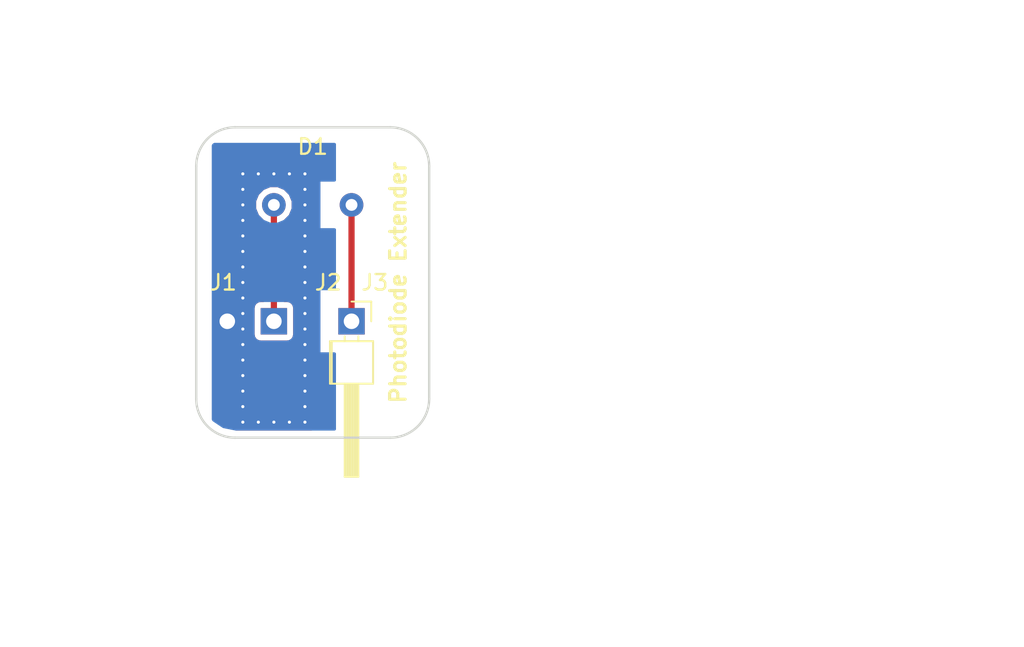
<source format=kicad_pcb>
(kicad_pcb (version 4) (host pcbnew 4.0.6-e0-6349~52~ubuntu17.04.1)

  (general
    (links 42)
    (no_connects 0)
    (area 119.924999 79.924999 135.075001 100.075001)
    (thickness 1.6)
    (drawings 15)
    (tracks 2)
    (zones 0)
    (modules 44)
    (nets 4)
  )

  (page A4)
  (layers
    (0 F.Cu signal)
    (31 B.Cu signal)
    (32 B.Adhes user)
    (33 F.Adhes user)
    (34 B.Paste user)
    (35 F.Paste user)
    (36 B.SilkS user)
    (37 F.SilkS user)
    (38 B.Mask user)
    (39 F.Mask user)
    (40 Dwgs.User user)
    (41 Cmts.User user)
    (42 Eco1.User user)
    (43 Eco2.User user)
    (44 Edge.Cuts user)
    (45 Margin user)
    (46 B.CrtYd user)
    (47 F.CrtYd user)
    (48 B.Fab user)
    (49 F.Fab user)
  )

  (setup
    (last_trace_width 0.25)
    (user_trace_width 0.4)
    (trace_clearance 0.2)
    (zone_clearance 0.381)
    (zone_45_only no)
    (trace_min 0.2)
    (segment_width 0.2)
    (edge_width 0.15)
    (via_size 0.6)
    (via_drill 0.4)
    (via_min_size 0.4)
    (via_min_drill 0.3)
    (uvia_size 0.3)
    (uvia_drill 0.1)
    (uvias_allowed no)
    (uvia_min_size 0.2)
    (uvia_min_drill 0.1)
    (pcb_text_width 0.3)
    (pcb_text_size 1.5 1.5)
    (mod_edge_width 0.15)
    (mod_text_size 1 1)
    (mod_text_width 0.15)
    (pad_size 1.7 1.7)
    (pad_drill 1)
    (pad_to_mask_clearance 0.2)
    (aux_axis_origin 0 0)
    (visible_elements FFFFFF7F)
    (pcbplotparams
      (layerselection 0x00030_80000001)
      (usegerberextensions false)
      (excludeedgelayer true)
      (linewidth 0.100000)
      (plotframeref false)
      (viasonmask false)
      (mode 1)
      (useauxorigin false)
      (hpglpennumber 1)
      (hpglpenspeed 20)
      (hpglpendiameter 15)
      (hpglpenoverlay 2)
      (psnegative false)
      (psa4output false)
      (plotreference true)
      (plotvalue true)
      (plotinvisibletext false)
      (padsonsilk false)
      (subtractmaskfromsilk false)
      (outputformat 1)
      (mirror false)
      (drillshape 1)
      (scaleselection 1)
      (outputdirectory ""))
  )

  (net 0 "")
  (net 1 "Net-(D1-Pad1)")
  (net 2 "Net-(D1-Pad2)")
  (net 3 GNDA)

  (net_class Default "This is the default net class."
    (clearance 0.2)
    (trace_width 0.25)
    (via_dia 0.6)
    (via_drill 0.4)
    (uvia_dia 0.3)
    (uvia_drill 0.1)
    (add_net GNDA)
    (add_net "Net-(D1-Pad1)")
    (add_net "Net-(D1-Pad2)")
  )

  (module Vias:Stitchging-Via-0.2-0.4 (layer F.Cu) (tedit 595A3C58) (tstamp 595FB97F)
    (at 123 85)
    (fp_text reference REF** (at 0 1.27) (layer F.SilkS) hide
      (effects (font (size 1 1) (thickness 0.15)))
    )
    (fp_text value Stitching-Via-0.2-0.4 (at 0 -1.27) (layer F.Fab) hide
      (effects (font (size 1 1) (thickness 0.15)))
    )
    (pad ~ thru_hole circle (at 0 0) (size 0.4 0.4) (drill 0.2) (layers *.Cu)
      (net 3 GNDA) (zone_connect 2))
  )

  (module Vias:Stitchging-Via-0.2-0.4 (layer F.Cu) (tedit 595A3C58) (tstamp 595FB97A)
    (at 123 84)
    (fp_text reference REF** (at 0 1.27) (layer F.SilkS) hide
      (effects (font (size 1 1) (thickness 0.15)))
    )
    (fp_text value Stitching-Via-0.2-0.4 (at 0 -1.27) (layer F.Fab) hide
      (effects (font (size 1 1) (thickness 0.15)))
    )
    (pad ~ thru_hole circle (at 0 0) (size 0.4 0.4) (drill 0.2) (layers *.Cu)
      (net 3 GNDA) (zone_connect 2))
  )

  (module Vias:Stitchging-Via-0.2-0.4 (layer F.Cu) (tedit 595A3C58) (tstamp 595FB975)
    (at 123 83)
    (fp_text reference REF** (at 0 1.27) (layer F.SilkS) hide
      (effects (font (size 1 1) (thickness 0.15)))
    )
    (fp_text value Stitching-Via-0.2-0.4 (at 0 -1.27) (layer F.Fab) hide
      (effects (font (size 1 1) (thickness 0.15)))
    )
    (pad ~ thru_hole circle (at 0 0) (size 0.4 0.4) (drill 0.2) (layers *.Cu)
      (net 3 GNDA) (zone_connect 2))
  )

  (module Vias:Stitchging-Via-0.2-0.4 (layer F.Cu) (tedit 595A3C58) (tstamp 595FB970)
    (at 124 83)
    (fp_text reference REF** (at 0 1.27) (layer F.SilkS) hide
      (effects (font (size 1 1) (thickness 0.15)))
    )
    (fp_text value Stitching-Via-0.2-0.4 (at 0 -1.27) (layer F.Fab) hide
      (effects (font (size 1 1) (thickness 0.15)))
    )
    (pad ~ thru_hole circle (at 0 0) (size 0.4 0.4) (drill 0.2) (layers *.Cu)
      (net 3 GNDA) (zone_connect 2))
  )

  (module Vias:Stitchging-Via-0.2-0.4 (layer F.Cu) (tedit 595A3C58) (tstamp 595FB96B)
    (at 125 83)
    (fp_text reference REF** (at 0 1.27) (layer F.SilkS) hide
      (effects (font (size 1 1) (thickness 0.15)))
    )
    (fp_text value Stitching-Via-0.2-0.4 (at 0 -1.27) (layer F.Fab) hide
      (effects (font (size 1 1) (thickness 0.15)))
    )
    (pad ~ thru_hole circle (at 0 0) (size 0.4 0.4) (drill 0.2) (layers *.Cu)
      (net 3 GNDA) (zone_connect 2))
  )

  (module Vias:Stitchging-Via-0.2-0.4 (layer F.Cu) (tedit 595A3C58) (tstamp 595FB966)
    (at 126 83)
    (fp_text reference REF** (at 0 1.27) (layer F.SilkS) hide
      (effects (font (size 1 1) (thickness 0.15)))
    )
    (fp_text value Stitching-Via-0.2-0.4 (at 0 -1.27) (layer F.Fab) hide
      (effects (font (size 1 1) (thickness 0.15)))
    )
    (pad ~ thru_hole circle (at 0 0) (size 0.4 0.4) (drill 0.2) (layers *.Cu)
      (net 3 GNDA) (zone_connect 2))
  )

  (module Vias:Stitchging-Via-0.2-0.4 (layer F.Cu) (tedit 595A3C58) (tstamp 595FB961)
    (at 127 83)
    (fp_text reference REF** (at 0 1.27) (layer F.SilkS) hide
      (effects (font (size 1 1) (thickness 0.15)))
    )
    (fp_text value Stitching-Via-0.2-0.4 (at 0 -1.27) (layer F.Fab) hide
      (effects (font (size 1 1) (thickness 0.15)))
    )
    (pad ~ thru_hole circle (at 0 0) (size 0.4 0.4) (drill 0.2) (layers *.Cu)
      (net 3 GNDA) (zone_connect 2))
  )

  (module Vias:Stitchging-Via-0.2-0.4 (layer F.Cu) (tedit 595A3C58) (tstamp 595FB95C)
    (at 127 84)
    (fp_text reference REF** (at 0 1.27) (layer F.SilkS) hide
      (effects (font (size 1 1) (thickness 0.15)))
    )
    (fp_text value Stitching-Via-0.2-0.4 (at 0 -1.27) (layer F.Fab) hide
      (effects (font (size 1 1) (thickness 0.15)))
    )
    (pad ~ thru_hole circle (at 0 0) (size 0.4 0.4) (drill 0.2) (layers *.Cu)
      (net 3 GNDA) (zone_connect 2))
  )

  (module Vias:Stitchging-Via-0.2-0.4 (layer F.Cu) (tedit 595A3C58) (tstamp 595FB957)
    (at 127 85)
    (fp_text reference REF** (at 0 1.27) (layer F.SilkS) hide
      (effects (font (size 1 1) (thickness 0.15)))
    )
    (fp_text value Stitching-Via-0.2-0.4 (at 0 -1.27) (layer F.Fab) hide
      (effects (font (size 1 1) (thickness 0.15)))
    )
    (pad ~ thru_hole circle (at 0 0) (size 0.4 0.4) (drill 0.2) (layers *.Cu)
      (net 3 GNDA) (zone_connect 2))
  )

  (module Vias:Stitchging-Via-0.2-0.4 (layer F.Cu) (tedit 595A3C58) (tstamp 595FB952)
    (at 127 86)
    (fp_text reference REF** (at 0 1.27) (layer F.SilkS) hide
      (effects (font (size 1 1) (thickness 0.15)))
    )
    (fp_text value Stitching-Via-0.2-0.4 (at 0 -1.27) (layer F.Fab) hide
      (effects (font (size 1 1) (thickness 0.15)))
    )
    (pad ~ thru_hole circle (at 0 0) (size 0.4 0.4) (drill 0.2) (layers *.Cu)
      (net 3 GNDA) (zone_connect 2))
  )

  (module Vias:Stitchging-Via-0.2-0.4 (layer F.Cu) (tedit 595A3C58) (tstamp 595FB94D)
    (at 127 87)
    (fp_text reference REF** (at 0 1.27) (layer F.SilkS) hide
      (effects (font (size 1 1) (thickness 0.15)))
    )
    (fp_text value Stitching-Via-0.2-0.4 (at 0 -1.27) (layer F.Fab) hide
      (effects (font (size 1 1) (thickness 0.15)))
    )
    (pad ~ thru_hole circle (at 0 0) (size 0.4 0.4) (drill 0.2) (layers *.Cu)
      (net 3 GNDA) (zone_connect 2))
  )

  (module Vias:Stitchging-Via-0.2-0.4 (layer F.Cu) (tedit 595A3C58) (tstamp 595FB948)
    (at 127 88)
    (fp_text reference REF** (at 0 1.27) (layer F.SilkS) hide
      (effects (font (size 1 1) (thickness 0.15)))
    )
    (fp_text value Stitching-Via-0.2-0.4 (at 0 -1.27) (layer F.Fab) hide
      (effects (font (size 1 1) (thickness 0.15)))
    )
    (pad ~ thru_hole circle (at 0 0) (size 0.4 0.4) (drill 0.2) (layers *.Cu)
      (net 3 GNDA) (zone_connect 2))
  )

  (module Vias:Stitchging-Via-0.2-0.4 (layer F.Cu) (tedit 595A3C58) (tstamp 595FB943)
    (at 127 89)
    (fp_text reference REF** (at 0 1.27) (layer F.SilkS) hide
      (effects (font (size 1 1) (thickness 0.15)))
    )
    (fp_text value Stitching-Via-0.2-0.4 (at 0 -1.27) (layer F.Fab) hide
      (effects (font (size 1 1) (thickness 0.15)))
    )
    (pad ~ thru_hole circle (at 0 0) (size 0.4 0.4) (drill 0.2) (layers *.Cu)
      (net 3 GNDA) (zone_connect 2))
  )

  (module Vias:Stitchging-Via-0.2-0.4 (layer F.Cu) (tedit 595A3C58) (tstamp 595FB93E)
    (at 127 90)
    (fp_text reference REF** (at 0 1.27) (layer F.SilkS) hide
      (effects (font (size 1 1) (thickness 0.15)))
    )
    (fp_text value Stitching-Via-0.2-0.4 (at 0 -1.27) (layer F.Fab) hide
      (effects (font (size 1 1) (thickness 0.15)))
    )
    (pad ~ thru_hole circle (at 0 0) (size 0.4 0.4) (drill 0.2) (layers *.Cu)
      (net 3 GNDA) (zone_connect 2))
  )

  (module Vias:Stitchging-Via-0.2-0.4 (layer F.Cu) (tedit 595A3C58) (tstamp 595FB939)
    (at 127 91)
    (fp_text reference REF** (at 0 1.27) (layer F.SilkS) hide
      (effects (font (size 1 1) (thickness 0.15)))
    )
    (fp_text value Stitching-Via-0.2-0.4 (at 0 -1.27) (layer F.Fab) hide
      (effects (font (size 1 1) (thickness 0.15)))
    )
    (pad ~ thru_hole circle (at 0 0) (size 0.4 0.4) (drill 0.2) (layers *.Cu)
      (net 3 GNDA) (zone_connect 2))
  )

  (module Vias:Stitchging-Via-0.2-0.4 (layer F.Cu) (tedit 595A3C58) (tstamp 595FB934)
    (at 127 92)
    (fp_text reference REF** (at 0 1.27) (layer F.SilkS) hide
      (effects (font (size 1 1) (thickness 0.15)))
    )
    (fp_text value Stitching-Via-0.2-0.4 (at 0 -1.27) (layer F.Fab) hide
      (effects (font (size 1 1) (thickness 0.15)))
    )
    (pad ~ thru_hole circle (at 0 0) (size 0.4 0.4) (drill 0.2) (layers *.Cu)
      (net 3 GNDA) (zone_connect 2))
  )

  (module Vias:Stitchging-Via-0.2-0.4 (layer F.Cu) (tedit 595A3C58) (tstamp 595FB92F)
    (at 127 93)
    (fp_text reference REF** (at 0 1.27) (layer F.SilkS) hide
      (effects (font (size 1 1) (thickness 0.15)))
    )
    (fp_text value Stitching-Via-0.2-0.4 (at 0 -1.27) (layer F.Fab) hide
      (effects (font (size 1 1) (thickness 0.15)))
    )
    (pad ~ thru_hole circle (at 0 0) (size 0.4 0.4) (drill 0.2) (layers *.Cu)
      (net 3 GNDA) (zone_connect 2))
  )

  (module Vias:Stitchging-Via-0.2-0.4 (layer F.Cu) (tedit 595A3C58) (tstamp 595FB92A)
    (at 127 94)
    (fp_text reference REF** (at 0 1.27) (layer F.SilkS) hide
      (effects (font (size 1 1) (thickness 0.15)))
    )
    (fp_text value Stitching-Via-0.2-0.4 (at 0 -1.27) (layer F.Fab) hide
      (effects (font (size 1 1) (thickness 0.15)))
    )
    (pad ~ thru_hole circle (at 0 0) (size 0.4 0.4) (drill 0.2) (layers *.Cu)
      (net 3 GNDA) (zone_connect 2))
  )

  (module Vias:Stitchging-Via-0.2-0.4 (layer F.Cu) (tedit 595A3C58) (tstamp 595FB925)
    (at 127 95)
    (fp_text reference REF** (at 0 1.27) (layer F.SilkS) hide
      (effects (font (size 1 1) (thickness 0.15)))
    )
    (fp_text value Stitching-Via-0.2-0.4 (at 0 -1.27) (layer F.Fab) hide
      (effects (font (size 1 1) (thickness 0.15)))
    )
    (pad ~ thru_hole circle (at 0 0) (size 0.4 0.4) (drill 0.2) (layers *.Cu)
      (net 3 GNDA) (zone_connect 2))
  )

  (module Vias:Stitchging-Via-0.2-0.4 (layer F.Cu) (tedit 595A3C58) (tstamp 595FB920)
    (at 127 96)
    (fp_text reference REF** (at 0 1.27) (layer F.SilkS) hide
      (effects (font (size 1 1) (thickness 0.15)))
    )
    (fp_text value Stitching-Via-0.2-0.4 (at 0 -1.27) (layer F.Fab) hide
      (effects (font (size 1 1) (thickness 0.15)))
    )
    (pad ~ thru_hole circle (at 0 0) (size 0.4 0.4) (drill 0.2) (layers *.Cu)
      (net 3 GNDA) (zone_connect 2))
  )

  (module Vias:Stitchging-Via-0.2-0.4 (layer F.Cu) (tedit 595A3C58) (tstamp 595FB91B)
    (at 127 97)
    (fp_text reference REF** (at 0 1.27) (layer F.SilkS) hide
      (effects (font (size 1 1) (thickness 0.15)))
    )
    (fp_text value Stitching-Via-0.2-0.4 (at 0 -1.27) (layer F.Fab) hide
      (effects (font (size 1 1) (thickness 0.15)))
    )
    (pad ~ thru_hole circle (at 0 0) (size 0.4 0.4) (drill 0.2) (layers *.Cu)
      (net 3 GNDA) (zone_connect 2))
  )

  (module Vias:Stitchging-Via-0.2-0.4 (layer F.Cu) (tedit 595A3C58) (tstamp 595FB916)
    (at 127 98)
    (fp_text reference REF** (at 0 1.27) (layer F.SilkS) hide
      (effects (font (size 1 1) (thickness 0.15)))
    )
    (fp_text value Stitching-Via-0.2-0.4 (at 0 -1.27) (layer F.Fab) hide
      (effects (font (size 1 1) (thickness 0.15)))
    )
    (pad ~ thru_hole circle (at 0 0) (size 0.4 0.4) (drill 0.2) (layers *.Cu)
      (net 3 GNDA) (zone_connect 2))
  )

  (module Vias:Stitchging-Via-0.2-0.4 (layer F.Cu) (tedit 595A3C58) (tstamp 595FB90F)
    (at 123 86)
    (fp_text reference REF** (at 0 1.27) (layer F.SilkS) hide
      (effects (font (size 1 1) (thickness 0.15)))
    )
    (fp_text value Stitching-Via-0.2-0.4 (at 0 -1.27) (layer F.Fab) hide
      (effects (font (size 1 1) (thickness 0.15)))
    )
    (pad ~ thru_hole circle (at 0 0) (size 0.4 0.4) (drill 0.2) (layers *.Cu)
      (net 3 GNDA) (zone_connect 2))
  )

  (module Vias:Stitchging-Via-0.2-0.4 (layer F.Cu) (tedit 595A3C58) (tstamp 595FB90A)
    (at 123 87)
    (fp_text reference REF** (at 0 1.27) (layer F.SilkS) hide
      (effects (font (size 1 1) (thickness 0.15)))
    )
    (fp_text value Stitching-Via-0.2-0.4 (at 0 -1.27) (layer F.Fab) hide
      (effects (font (size 1 1) (thickness 0.15)))
    )
    (pad ~ thru_hole circle (at 0 0) (size 0.4 0.4) (drill 0.2) (layers *.Cu)
      (net 3 GNDA) (zone_connect 2))
  )

  (module Vias:Stitchging-Via-0.2-0.4 (layer F.Cu) (tedit 595A3C58) (tstamp 595FB900)
    (at 123 88)
    (fp_text reference REF** (at 0 1.27) (layer F.SilkS) hide
      (effects (font (size 1 1) (thickness 0.15)))
    )
    (fp_text value Stitching-Via-0.2-0.4 (at 0 -1.27) (layer F.Fab) hide
      (effects (font (size 1 1) (thickness 0.15)))
    )
    (pad ~ thru_hole circle (at 0 0) (size 0.4 0.4) (drill 0.2) (layers *.Cu)
      (net 3 GNDA) (zone_connect 2))
  )

  (module Vias:Stitchging-Via-0.2-0.4 (layer F.Cu) (tedit 595A3C58) (tstamp 595FB8FA)
    (at 123 89)
    (fp_text reference REF** (at 0 1.27) (layer F.SilkS) hide
      (effects (font (size 1 1) (thickness 0.15)))
    )
    (fp_text value Stitching-Via-0.2-0.4 (at 0 -1.27) (layer F.Fab) hide
      (effects (font (size 1 1) (thickness 0.15)))
    )
    (pad ~ thru_hole circle (at 0 0) (size 0.4 0.4) (drill 0.2) (layers *.Cu)
      (net 3 GNDA) (zone_connect 2))
  )

  (module Vias:Stitchging-Via-0.2-0.4 (layer F.Cu) (tedit 595A3C58) (tstamp 595FB8F3)
    (at 123 90)
    (fp_text reference REF** (at 0 1.27) (layer F.SilkS) hide
      (effects (font (size 1 1) (thickness 0.15)))
    )
    (fp_text value Stitching-Via-0.2-0.4 (at 0 -1.27) (layer F.Fab) hide
      (effects (font (size 1 1) (thickness 0.15)))
    )
    (pad ~ thru_hole circle (at 0 0) (size 0.4 0.4) (drill 0.2) (layers *.Cu)
      (net 3 GNDA) (zone_connect 2))
  )

  (module Vias:Stitchging-Via-0.2-0.4 (layer F.Cu) (tedit 595A3C58) (tstamp 595FB8ED)
    (at 123 91)
    (fp_text reference REF** (at 0 1.27) (layer F.SilkS) hide
      (effects (font (size 1 1) (thickness 0.15)))
    )
    (fp_text value Stitching-Via-0.2-0.4 (at 0 -1.27) (layer F.Fab) hide
      (effects (font (size 1 1) (thickness 0.15)))
    )
    (pad ~ thru_hole circle (at 0 0) (size 0.4 0.4) (drill 0.2) (layers *.Cu)
      (net 3 GNDA) (zone_connect 2))
  )

  (module Vias:Stitchging-Via-0.2-0.4 (layer F.Cu) (tedit 595A3C58) (tstamp 595FB8E8)
    (at 123 92)
    (fp_text reference REF** (at 0 1.27) (layer F.SilkS) hide
      (effects (font (size 1 1) (thickness 0.15)))
    )
    (fp_text value Stitching-Via-0.2-0.4 (at 0 -1.27) (layer F.Fab) hide
      (effects (font (size 1 1) (thickness 0.15)))
    )
    (pad ~ thru_hole circle (at 0 0) (size 0.4 0.4) (drill 0.2) (layers *.Cu)
      (net 3 GNDA) (zone_connect 2))
  )

  (module Vias:Stitchging-Via-0.2-0.4 (layer F.Cu) (tedit 595A3C58) (tstamp 595FB8E3)
    (at 123 93)
    (fp_text reference REF** (at 0 1.27) (layer F.SilkS) hide
      (effects (font (size 1 1) (thickness 0.15)))
    )
    (fp_text value Stitching-Via-0.2-0.4 (at 0 -1.27) (layer F.Fab) hide
      (effects (font (size 1 1) (thickness 0.15)))
    )
    (pad ~ thru_hole circle (at 0 0) (size 0.4 0.4) (drill 0.2) (layers *.Cu)
      (net 3 GNDA) (zone_connect 2))
  )

  (module Vias:Stitchging-Via-0.2-0.4 (layer F.Cu) (tedit 595A3C58) (tstamp 595FB8DE)
    (at 123 94)
    (fp_text reference REF** (at 0 1.27) (layer F.SilkS) hide
      (effects (font (size 1 1) (thickness 0.15)))
    )
    (fp_text value Stitching-Via-0.2-0.4 (at 0 -1.27) (layer F.Fab) hide
      (effects (font (size 1 1) (thickness 0.15)))
    )
    (pad ~ thru_hole circle (at 0 0) (size 0.4 0.4) (drill 0.2) (layers *.Cu)
      (net 3 GNDA) (zone_connect 2))
  )

  (module Vias:Stitchging-Via-0.2-0.4 (layer F.Cu) (tedit 595A3C58) (tstamp 595FB8D9)
    (at 123 95)
    (fp_text reference REF** (at 0 1.27) (layer F.SilkS) hide
      (effects (font (size 1 1) (thickness 0.15)))
    )
    (fp_text value Stitching-Via-0.2-0.4 (at 0 -1.27) (layer F.Fab) hide
      (effects (font (size 1 1) (thickness 0.15)))
    )
    (pad ~ thru_hole circle (at 0 0) (size 0.4 0.4) (drill 0.2) (layers *.Cu)
      (net 3 GNDA) (zone_connect 2))
  )

  (module Vias:Stitchging-Via-0.2-0.4 (layer F.Cu) (tedit 595A3C58) (tstamp 595FB8D4)
    (at 123 96)
    (fp_text reference REF** (at 0 1.27) (layer F.SilkS) hide
      (effects (font (size 1 1) (thickness 0.15)))
    )
    (fp_text value Stitching-Via-0.2-0.4 (at 0 -1.27) (layer F.Fab) hide
      (effects (font (size 1 1) (thickness 0.15)))
    )
    (pad ~ thru_hole circle (at 0 0) (size 0.4 0.4) (drill 0.2) (layers *.Cu)
      (net 3 GNDA) (zone_connect 2))
  )

  (module Vias:Stitchging-Via-0.2-0.4 (layer F.Cu) (tedit 595A3C58) (tstamp 595FB8CF)
    (at 123 97)
    (fp_text reference REF** (at 0 1.27) (layer F.SilkS) hide
      (effects (font (size 1 1) (thickness 0.15)))
    )
    (fp_text value Stitching-Via-0.2-0.4 (at 0 -1.27) (layer F.Fab) hide
      (effects (font (size 1 1) (thickness 0.15)))
    )
    (pad ~ thru_hole circle (at 0 0) (size 0.4 0.4) (drill 0.2) (layers *.Cu)
      (net 3 GNDA) (zone_connect 2))
  )

  (module Vias:Stitchging-Via-0.2-0.4 (layer F.Cu) (tedit 595A3C58) (tstamp 595FB8C9)
    (at 123 98)
    (fp_text reference REF** (at 0 1.27) (layer F.SilkS) hide
      (effects (font (size 1 1) (thickness 0.15)))
    )
    (fp_text value Stitching-Via-0.2-0.4 (at 0 -1.27) (layer F.Fab) hide
      (effects (font (size 1 1) (thickness 0.15)))
    )
    (pad ~ thru_hole circle (at 0 0) (size 0.4 0.4) (drill 0.2) (layers *.Cu)
      (net 3 GNDA) (zone_connect 2))
  )

  (module Vias:Stitchging-Via-0.2-0.4 (layer F.Cu) (tedit 595A3C58) (tstamp 595FB8C4)
    (at 123 99)
    (fp_text reference REF** (at 0 1.27) (layer F.SilkS) hide
      (effects (font (size 1 1) (thickness 0.15)))
    )
    (fp_text value Stitching-Via-0.2-0.4 (at 0 -1.27) (layer F.Fab) hide
      (effects (font (size 1 1) (thickness 0.15)))
    )
    (pad ~ thru_hole circle (at 0 0) (size 0.4 0.4) (drill 0.2) (layers *.Cu)
      (net 3 GNDA) (zone_connect 2))
  )

  (module Vias:Stitchging-Via-0.2-0.4 (layer F.Cu) (tedit 595A3C58) (tstamp 595FB8BF)
    (at 124 99)
    (fp_text reference REF** (at 0 1.27) (layer F.SilkS) hide
      (effects (font (size 1 1) (thickness 0.15)))
    )
    (fp_text value Stitching-Via-0.2-0.4 (at 0 -1.27) (layer F.Fab) hide
      (effects (font (size 1 1) (thickness 0.15)))
    )
    (pad ~ thru_hole circle (at 0 0) (size 0.4 0.4) (drill 0.2) (layers *.Cu)
      (net 3 GNDA) (zone_connect 2))
  )

  (module Vias:Stitchging-Via-0.2-0.4 (layer F.Cu) (tedit 595A3C58) (tstamp 595FB8BA)
    (at 125 99)
    (fp_text reference REF** (at 0 1.27) (layer F.SilkS) hide
      (effects (font (size 1 1) (thickness 0.15)))
    )
    (fp_text value Stitching-Via-0.2-0.4 (at 0 -1.27) (layer F.Fab) hide
      (effects (font (size 1 1) (thickness 0.15)))
    )
    (pad ~ thru_hole circle (at 0 0) (size 0.4 0.4) (drill 0.2) (layers *.Cu)
      (net 3 GNDA) (zone_connect 2))
  )

  (module Vias:Stitchging-Via-0.2-0.4 (layer F.Cu) (tedit 595A3C58) (tstamp 595FB75A)
    (at 126 99)
    (fp_text reference REF** (at 0 1.27) (layer F.SilkS) hide
      (effects (font (size 1 1) (thickness 0.15)))
    )
    (fp_text value Stitching-Via-0.2-0.4 (at 0 -1.27) (layer F.Fab) hide
      (effects (font (size 1 1) (thickness 0.15)))
    )
    (pad ~ thru_hole circle (at 0 0) (size 0.4 0.4) (drill 0.2) (layers *.Cu)
      (net 3 GNDA) (zone_connect 2))
  )

  (module Pin_Headers:Pin_Header_Angled_1x01_Pitch2.54mm (layer F.Cu) (tedit 595B5706) (tstamp 595FB4D2)
    (at 130 92.5 270)
    (descr "Through hole angled pin header, 1x01, 2.54mm pitch, 6mm pin length, single row")
    (tags "Through hole angled pin header THT 1x01 2.54mm single row")
    (path /595A4B36)
    (fp_text reference J3 (at -2.5 -1.5 360) (layer F.SilkS)
      (effects (font (size 1 1) (thickness 0.15)))
    )
    (fp_text value CONN_01X01 (at 4.315 2.27 270) (layer F.Fab)
      (effects (font (size 1 1) (thickness 0.15)))
    )
    (fp_line (start 1.4 -1.27) (end 1.4 1.27) (layer F.Fab) (width 0.1))
    (fp_line (start 1.4 1.27) (end 3.9 1.27) (layer F.Fab) (width 0.1))
    (fp_line (start 3.9 1.27) (end 3.9 -1.27) (layer F.Fab) (width 0.1))
    (fp_line (start 3.9 -1.27) (end 1.4 -1.27) (layer F.Fab) (width 0.1))
    (fp_line (start 0 -0.32) (end 0 0.32) (layer F.Fab) (width 0.1))
    (fp_line (start 0 0.32) (end 9.9 0.32) (layer F.Fab) (width 0.1))
    (fp_line (start 9.9 0.32) (end 9.9 -0.32) (layer F.Fab) (width 0.1))
    (fp_line (start 9.9 -0.32) (end 0 -0.32) (layer F.Fab) (width 0.1))
    (fp_line (start 1.28 -1.39) (end 1.28 1.39) (layer F.SilkS) (width 0.12))
    (fp_line (start 1.28 1.39) (end 4.02 1.39) (layer F.SilkS) (width 0.12))
    (fp_line (start 4.02 1.39) (end 4.02 -1.39) (layer F.SilkS) (width 0.12))
    (fp_line (start 4.02 -1.39) (end 1.28 -1.39) (layer F.SilkS) (width 0.12))
    (fp_line (start 1.28 -1.39) (end 1.28 1.27) (layer F.SilkS) (width 0.12))
    (fp_line (start 1.28 1.27) (end 4.02 1.27) (layer F.SilkS) (width 0.12))
    (fp_line (start 4.02 1.27) (end 4.02 -1.39) (layer F.SilkS) (width 0.12))
    (fp_line (start 4.02 -1.39) (end 1.28 -1.39) (layer F.SilkS) (width 0.12))
    (fp_line (start 4.02 -0.44) (end 4.02 0.44) (layer F.SilkS) (width 0.12))
    (fp_line (start 4.02 0.44) (end 10.02 0.44) (layer F.SilkS) (width 0.12))
    (fp_line (start 10.02 0.44) (end 10.02 -0.44) (layer F.SilkS) (width 0.12))
    (fp_line (start 10.02 -0.44) (end 4.02 -0.44) (layer F.SilkS) (width 0.12))
    (fp_line (start 0.97 -0.44) (end 1.28 -0.44) (layer F.SilkS) (width 0.12))
    (fp_line (start 0.97 0.44) (end 1.28 0.44) (layer F.SilkS) (width 0.12))
    (fp_line (start 4.02 -0.32) (end 10.02 -0.32) (layer F.SilkS) (width 0.12))
    (fp_line (start 4.02 -0.2) (end 10.02 -0.2) (layer F.SilkS) (width 0.12))
    (fp_line (start 4.02 -0.08) (end 10.02 -0.08) (layer F.SilkS) (width 0.12))
    (fp_line (start 4.02 0.04) (end 10.02 0.04) (layer F.SilkS) (width 0.12))
    (fp_line (start 4.02 0.16) (end 10.02 0.16) (layer F.SilkS) (width 0.12))
    (fp_line (start 4.02 0.28) (end 10.02 0.28) (layer F.SilkS) (width 0.12))
    (fp_line (start 4.02 0.4) (end 10.02 0.4) (layer F.SilkS) (width 0.12))
    (fp_line (start -1.27 0) (end -1.27 -1.27) (layer F.SilkS) (width 0.12))
    (fp_line (start -1.27 -1.27) (end 0 -1.27) (layer F.SilkS) (width 0.12))
    (fp_line (start -1.6 -1.6) (end -1.6 1.6) (layer F.CrtYd) (width 0.05))
    (fp_line (start -1.6 1.6) (end 10.2 1.6) (layer F.CrtYd) (width 0.05))
    (fp_line (start 10.2 1.6) (end 10.2 -1.6) (layer F.CrtYd) (width 0.05))
    (fp_line (start 10.2 -1.6) (end -1.6 -1.6) (layer F.CrtYd) (width 0.05))
    (pad 1 thru_hole rect (at 0 0 270) (size 1.7 1.7) (drill 1) (layers *.Cu *.Mask)
      (net 2 "Net-(D1-Pad2)"))
    (model Pin_Headers.3dshapes/Pin_Header_Angled_1x01_Pitch2.54mm.wrl
      (at (xyz 0 0 0))
      (scale (xyz 1 1 1))
      (rotate (xyz 0 0 90))
    )
  )

  (module Vias:Stitchging-Via-0.2-0.4 (layer F.Cu) (tedit 595A3C58) (tstamp 595FB742)
    (at 127 99)
    (fp_text reference REF** (at 0 1.27) (layer F.SilkS) hide
      (effects (font (size 1 1) (thickness 0.15)))
    )
    (fp_text value Stitching-Via-0.2-0.4 (at 0 -1.27) (layer F.Fab) hide
      (effects (font (size 1 1) (thickness 0.15)))
    )
    (pad ~ thru_hole circle (at 0 0) (size 0.4 0.4) (drill 0.2) (layers *.Cu)
      (net 3 GNDA) (zone_connect 2))
  )

  (module Photodiodes:BPW34FA_w_Silks (layer F.Cu) (tedit 595B5774) (tstamp 595B59D8)
    (at 127.5 85)
    (path /595A4990)
    (fp_text reference D1 (at 0 -3.75) (layer F.SilkS)
      (effects (font (size 1 1) (thickness 0.15)))
    )
    (fp_text value D_Photo (at 0 -3.81) (layer F.Fab)
      (effects (font (size 1 1) (thickness 0.15)))
    )
    (pad 1 thru_hole circle (at -2.5 0) (size 1.524 1.524) (drill 0.762) (layers *.Cu *.Mask)
      (net 1 "Net-(D1-Pad1)"))
    (pad 2 thru_hole circle (at 2.5 0) (size 1.524 1.524) (drill 0.762) (layers *.Cu *.Mask)
      (net 2 "Net-(D1-Pad2)"))
  )

  (module WithoutSilkscreen:Pin_Header_Angled_1x01_Pitch2.54mm_W_Silkscreen (layer F.Cu) (tedit 595B7E68) (tstamp 595B8012)
    (at 122 92.5 270)
    (descr "Through hole angled pin header, 1x01, 2.54mm pitch, 6mm pin length, single row")
    (tags "Through hole angled pin header THT 1x01 2.54mm single row")
    (path /595A4E84)
    (fp_text reference J1 (at -2.5 0.25 360) (layer F.SilkS)
      (effects (font (size 1 1) (thickness 0.15)))
    )
    (fp_text value CONN_01X01 (at 4.315 2.27 270) (layer F.Fab)
      (effects (font (size 1 1) (thickness 0.15)))
    )
    (fp_line (start 1.4 -1.27) (end 1.4 1.27) (layer F.Fab) (width 0.1))
    (fp_line (start 1.4 1.27) (end 3.9 1.27) (layer F.Fab) (width 0.1))
    (fp_line (start 3.9 1.27) (end 3.9 -1.27) (layer F.Fab) (width 0.1))
    (fp_line (start 3.9 -1.27) (end 1.4 -1.27) (layer F.Fab) (width 0.1))
    (fp_line (start 0 -0.32) (end 0 0.32) (layer F.Fab) (width 0.1))
    (fp_line (start 0 0.32) (end 9.9 0.32) (layer F.Fab) (width 0.1))
    (fp_line (start 9.9 0.32) (end 9.9 -0.32) (layer F.Fab) (width 0.1))
    (fp_line (start 9.9 -0.32) (end 0 -0.32) (layer F.Fab) (width 0.1))
    (fp_line (start -1.6 -1.6) (end -1.6 1.6) (layer F.CrtYd) (width 0.05))
    (fp_line (start -1.6 1.6) (end 10.2 1.6) (layer F.CrtYd) (width 0.05))
    (fp_line (start 10.2 1.6) (end 10.2 -1.6) (layer F.CrtYd) (width 0.05))
    (fp_line (start 10.2 -1.6) (end -1.6 -1.6) (layer F.CrtYd) (width 0.05))
    (pad 1 thru_hole rect (at 0 0 270) (size 1.7 1.7) (drill 1) (layers *.Cu *.Mask)
      (net 3 GNDA))
    (model Pin_Headers.3dshapes/Pin_Header_Angled_1x01_Pitch2.54mm.wrl
      (at (xyz 0 0 0))
      (scale (xyz 1 1 1))
      (rotate (xyz 0 0 90))
    )
  )

  (module WithoutSilkscreen:Pin_Header_Angled_1x01_Pitch2.54mm_W_Silkscreen (layer F.Cu) (tedit 595B7CB4) (tstamp 595B8023)
    (at 125 92.5 270)
    (descr "Through hole angled pin header, 1x01, 2.54mm pitch, 6mm pin length, single row")
    (tags "Through hole angled pin header THT 1x01 2.54mm single row")
    (path /595A4E1F)
    (fp_text reference J2 (at -2.5 -3.5 360) (layer F.SilkS)
      (effects (font (size 1 1) (thickness 0.15)))
    )
    (fp_text value CONN_01X01 (at 4.315 2.27 270) (layer F.Fab)
      (effects (font (size 1 1) (thickness 0.15)))
    )
    (fp_line (start 1.4 -1.27) (end 1.4 1.27) (layer F.Fab) (width 0.1))
    (fp_line (start 1.4 1.27) (end 3.9 1.27) (layer F.Fab) (width 0.1))
    (fp_line (start 3.9 1.27) (end 3.9 -1.27) (layer F.Fab) (width 0.1))
    (fp_line (start 3.9 -1.27) (end 1.4 -1.27) (layer F.Fab) (width 0.1))
    (fp_line (start 0 -0.32) (end 0 0.32) (layer F.Fab) (width 0.1))
    (fp_line (start 0 0.32) (end 9.9 0.32) (layer F.Fab) (width 0.1))
    (fp_line (start 9.9 0.32) (end 9.9 -0.32) (layer F.Fab) (width 0.1))
    (fp_line (start 9.9 -0.32) (end 0 -0.32) (layer F.Fab) (width 0.1))
    (fp_line (start -1.6 -1.6) (end -1.6 1.6) (layer F.CrtYd) (width 0.05))
    (fp_line (start -1.6 1.6) (end 10.2 1.6) (layer F.CrtYd) (width 0.05))
    (fp_line (start 10.2 1.6) (end 10.2 -1.6) (layer F.CrtYd) (width 0.05))
    (fp_line (start 10.2 -1.6) (end -1.6 -1.6) (layer F.CrtYd) (width 0.05))
    (pad 1 thru_hole rect (at 0 0 270) (size 1.7 1.7) (drill 1) (layers *.Cu *.Mask)
      (net 1 "Net-(D1-Pad1)"))
    (model Pin_Headers.3dshapes/Pin_Header_Angled_1x01_Pitch2.54mm.wrl
      (at (xyz 0 0 0))
      (scale (xyz 1 1 1))
      (rotate (xyz 0 0 90))
    )
  )

  (dimension 3 (width 0.3) (layer Dwgs.User)
    (gr_text "3,0 mm" (at 127 76.25) (layer Dwgs.User)
      (effects (font (size 1.5 1.5) (thickness 0.3)))
    )
    (feature1 (pts (xy 125 92.5) (xy 125 77.05)))
    (feature2 (pts (xy 122 92.5) (xy 122 77.05)))
    (crossbar (pts (xy 122 79.75) (xy 125 79.75)))
    (arrow1a (pts (xy 125 79.75) (xy 123.873496 80.336421)))
    (arrow1b (pts (xy 125 79.75) (xy 123.873496 79.163579)))
    (arrow2a (pts (xy 122 79.75) (xy 123.126504 80.336421)))
    (arrow2b (pts (xy 122 79.75) (xy 123.126504 79.163579)))
  )
  (gr_text "Photodiode Extender" (at 133 90 90) (layer F.SilkS)
    (effects (font (size 1 1) (thickness 0.2)))
  )
  (gr_text "5.84 + 2.54 + 1.52 = 9.9\n9.9  - 7.5 = 2.4\n2.4 - 1.6 = 0.8  \nThis is the length the headers will stand out with." (at 114.5 108.5) (layer Dwgs.User)
    (effects (font (size 1.5 1.5) (thickness 0.3)) (justify left))
  )
  (dimension 7.5 (width 0.3) (layer Dwgs.User)
    (gr_text "7,5 mm" (at 116.5 92 90) (layer Dwgs.User)
      (effects (font (size 1.5 1.5) (thickness 0.3)))
    )
    (feature1 (pts (xy 122 92.5) (xy 116.3 92.5)))
    (feature2 (pts (xy 122 100) (xy 116.3 100)))
    (crossbar (pts (xy 119 100) (xy 119 92.5)))
    (arrow1a (pts (xy 119 92.5) (xy 119.586421 93.626504)))
    (arrow1b (pts (xy 119 92.5) (xy 118.413579 93.626504)))
    (arrow2a (pts (xy 119 100) (xy 119.586421 98.873496)))
    (arrow2b (pts (xy 119 100) (xy 118.413579 98.873496)))
  )
  (gr_line (start 122.5 100) (end 132.5 100) (angle 90) (layer Edge.Cuts) (width 0.15))
  (gr_line (start 120 82.5) (end 120 97.5) (angle 90) (layer Edge.Cuts) (width 0.15))
  (gr_line (start 132.5 80) (end 122.5 80) (angle 90) (layer Edge.Cuts) (width 0.15))
  (gr_line (start 135 82.5) (end 135 97.5) (angle 90) (layer Edge.Cuts) (width 0.15))
  (gr_arc (start 122.5 97.5) (end 122.5 100) (angle 90) (layer Edge.Cuts) (width 0.15))
  (gr_arc (start 132.5 97.5) (end 135 97.5) (angle 90) (layer Edge.Cuts) (width 0.15))
  (gr_arc (start 122.5 82.5) (end 120 82.5) (angle 90) (layer Edge.Cuts) (width 0.15))
  (gr_arc (start 132.5 82.5) (end 132.5 80) (angle 90) (layer Edge.Cuts) (width 0.15))
  (dimension 15 (width 0.3) (layer Dwgs.User)
    (gr_text "15,000 mm" (at 113.65 92.5 270) (layer Dwgs.User)
      (effects (font (size 1.5 1.5) (thickness 0.3)))
    )
    (feature1 (pts (xy 130 100) (xy 112.3 100)))
    (feature2 (pts (xy 130 85) (xy 112.3 85)))
    (crossbar (pts (xy 115 85) (xy 115 100)))
    (arrow1a (pts (xy 115 100) (xy 114.413579 98.873496)))
    (arrow1b (pts (xy 115 100) (xy 115.586421 98.873496)))
    (arrow2a (pts (xy 115 85) (xy 114.413579 86.126504)))
    (arrow2b (pts (xy 115 85) (xy 115.586421 86.126504)))
  )
  (dimension 15 (width 0.3) (layer Dwgs.User)
    (gr_text "15,000 mm" (at 128 73) (layer Dwgs.User)
      (effects (font (size 1.5 1.5) (thickness 0.3)))
    )
    (feature1 (pts (xy 135 80) (xy 135 75)))
    (feature2 (pts (xy 120 80) (xy 120 75)))
    (crossbar (pts (xy 120 75) (xy 135 75)))
    (arrow1a (pts (xy 135 75) (xy 133.873496 75.586421)))
    (arrow1b (pts (xy 135 75) (xy 133.873496 74.413579)))
    (arrow2a (pts (xy 120 75) (xy 121.126504 75.586421)))
    (arrow2b (pts (xy 120 75) (xy 121.126504 74.413579)))
  )
  (dimension 20 (width 0.3) (layer Dwgs.User)
    (gr_text "20,000 mm" (at 146.35 90 270) (layer Dwgs.User)
      (effects (font (size 1.5 1.5) (thickness 0.3)))
    )
    (feature1 (pts (xy 135 100) (xy 147.7 100)))
    (feature2 (pts (xy 135 80) (xy 147.7 80)))
    (crossbar (pts (xy 145 80) (xy 145 100)))
    (arrow1a (pts (xy 145 100) (xy 144.413579 98.873496)))
    (arrow1b (pts (xy 145 100) (xy 145.586421 98.873496)))
    (arrow2a (pts (xy 145 80) (xy 144.413579 81.126504)))
    (arrow2b (pts (xy 145 80) (xy 145.586421 81.126504)))
  )

  (segment (start 125 85) (end 125 92.5) (width 0.4) (layer F.Cu) (net 1))
  (segment (start 130 85) (end 130 92.5) (width 0.4) (layer F.Cu) (net 2))

  (zone (net 3) (net_name GNDA) (layer F.Cu) (tstamp 595FB6E5) (hatch edge 0.508)
    (connect_pads yes (clearance 0.381))
    (min_thickness 0.2)
    (fill yes (arc_segments 16) (thermal_gap 0.2) (thermal_bridge_width 0.5))
    (polygon
      (pts
        (xy 122.5 82.5) (xy 127.5 82.5) (xy 127.5 100) (xy 122.5 100) (xy 122.5 91)
      )
    )
    (filled_polygon
      (pts
        (xy 127.4 99.444) (xy 122.6 99.444) (xy 122.6 91.65) (xy 123.659577 91.65) (xy 123.659577 93.35)
        (xy 123.693117 93.528248) (xy 123.798461 93.691958) (xy 123.959198 93.801785) (xy 124.15 93.840423) (xy 125.85 93.840423)
        (xy 126.028248 93.806883) (xy 126.191958 93.701539) (xy 126.301785 93.540802) (xy 126.340423 93.35) (xy 126.340423 91.65)
        (xy 126.306883 91.471752) (xy 126.201539 91.308042) (xy 126.040802 91.198215) (xy 125.85 91.159577) (xy 125.681 91.159577)
        (xy 125.681 86.063545) (xy 125.703183 86.054379) (xy 126.05315 85.705022) (xy 126.242784 85.248333) (xy 126.243215 84.753837)
        (xy 126.054379 84.296817) (xy 125.705022 83.94685) (xy 125.248333 83.757216) (xy 124.753837 83.756785) (xy 124.296817 83.945621)
        (xy 123.94685 84.294978) (xy 123.757216 84.751667) (xy 123.756785 85.246163) (xy 123.945621 85.703183) (xy 124.294978 86.05315)
        (xy 124.319 86.063125) (xy 124.319 91.159577) (xy 124.15 91.159577) (xy 123.971752 91.193117) (xy 123.808042 91.298461)
        (xy 123.698215 91.459198) (xy 123.659577 91.65) (xy 122.6 91.65) (xy 122.6 82.6) (xy 127.4 82.6)
      )
    )
  )
  (zone (net 3) (net_name GNDA) (layer B.Cu) (tstamp 595FB6EF) (hatch edge 0.508)
    (connect_pads yes (clearance 0.381))
    (min_thickness 0.2)
    (fill yes (arc_segments 16) (thermal_gap 0.2) (thermal_bridge_width 0.5))
    (polygon
      (pts
        (xy 121 81) (xy 129 81) (xy 129 83.5) (xy 128 83.5) (xy 128 86.5)
        (xy 129 86.5) (xy 129 90.5) (xy 128 90.5) (xy 128 94.5) (xy 129 94.5)
        (xy 129 100) (xy 121 100)
      )
    )
    (filled_polygon
      (pts
        (xy 128.9 83.4) (xy 128 83.4) (xy 127.961094 83.407879) (xy 127.928319 83.430273) (xy 127.906839 83.463654)
        (xy 127.9 83.5) (xy 127.9 86.5) (xy 127.907879 86.538906) (xy 127.930273 86.571681) (xy 127.963654 86.593161)
        (xy 128 86.6) (xy 128.9 86.6) (xy 128.9 90.4) (xy 128 90.4) (xy 127.961094 90.407879)
        (xy 127.928319 90.430273) (xy 127.906839 90.463654) (xy 127.9 90.5) (xy 127.9 94.5) (xy 127.907879 94.538906)
        (xy 127.930273 94.571681) (xy 127.963654 94.593161) (xy 128 94.6) (xy 128.9 94.6) (xy 128.9 99.444)
        (xy 122.554763 99.444) (xy 121.76023 99.285958) (xy 121.133088 98.866914) (xy 121.1 98.817394) (xy 121.1 91.65)
        (xy 123.659577 91.65) (xy 123.659577 93.35) (xy 123.693117 93.528248) (xy 123.798461 93.691958) (xy 123.959198 93.801785)
        (xy 124.15 93.840423) (xy 125.85 93.840423) (xy 126.028248 93.806883) (xy 126.191958 93.701539) (xy 126.301785 93.540802)
        (xy 126.340423 93.35) (xy 126.340423 91.65) (xy 126.306883 91.471752) (xy 126.201539 91.308042) (xy 126.040802 91.198215)
        (xy 125.85 91.159577) (xy 124.15 91.159577) (xy 123.971752 91.193117) (xy 123.808042 91.298461) (xy 123.698215 91.459198)
        (xy 123.659577 91.65) (xy 121.1 91.65) (xy 121.1 85.246163) (xy 123.756785 85.246163) (xy 123.945621 85.703183)
        (xy 124.294978 86.05315) (xy 124.751667 86.242784) (xy 125.246163 86.243215) (xy 125.703183 86.054379) (xy 126.05315 85.705022)
        (xy 126.242784 85.248333) (xy 126.243215 84.753837) (xy 126.054379 84.296817) (xy 125.705022 83.94685) (xy 125.248333 83.757216)
        (xy 124.753837 83.756785) (xy 124.296817 83.945621) (xy 123.94685 84.294978) (xy 123.757216 84.751667) (xy 123.756785 85.246163)
        (xy 121.1 85.246163) (xy 121.1 81.182606) (xy 121.133088 81.133086) (xy 121.182605 81.1) (xy 128.9 81.1)
      )
    )
  )
  (zone (net 0) (net_name "") (layer F.Mask) (tstamp 595B58E0) (hatch edge 0.508)
    (connect_pads (clearance 0.381))
    (min_thickness 0.254)
    (fill yes (arc_segments 16) (thermal_gap 0.508) (thermal_bridge_width 0.508))
    (polygon
      (pts
        (xy 122.75 82.75) (xy 127.25 82.75) (xy 127.25 99.25) (xy 122.75 99.25)
      )
    )
    (filled_polygon
      (pts
        (xy 127.123 99.123) (xy 122.877 99.123) (xy 122.877 82.877) (xy 127.123 82.877)
      )
    )
  )
)

</source>
